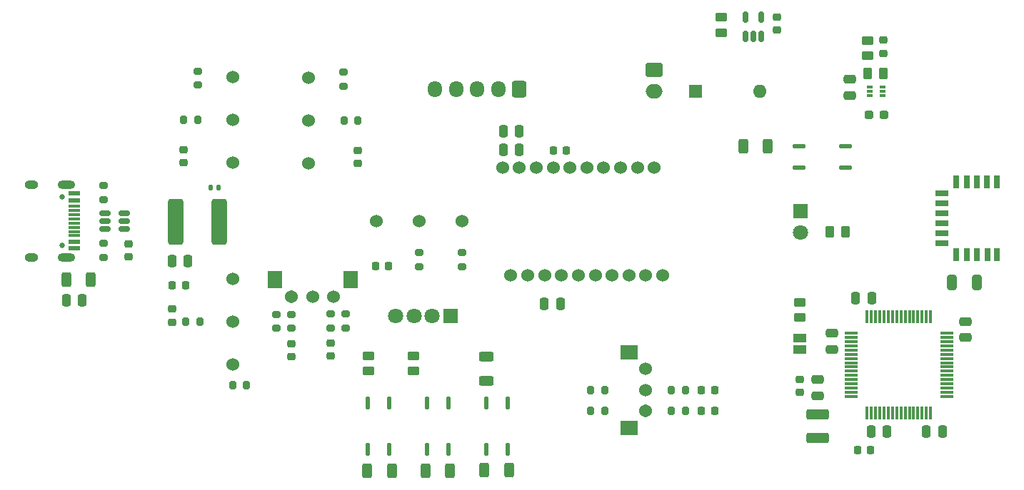
<source format=gbr>
%TF.GenerationSoftware,KiCad,Pcbnew,7.0.8*%
%TF.CreationDate,2024-01-02T21:28:18+01:00*%
%TF.ProjectId,Computer Mouse,436f6d70-7574-4657-9220-4d6f7573652e,rev?*%
%TF.SameCoordinates,Original*%
%TF.FileFunction,Soldermask,Top*%
%TF.FilePolarity,Negative*%
%FSLAX46Y46*%
G04 Gerber Fmt 4.6, Leading zero omitted, Abs format (unit mm)*
G04 Created by KiCad (PCBNEW 7.0.8) date 2024-01-02 21:28:18*
%MOMM*%
%LPD*%
G01*
G04 APERTURE LIST*
G04 Aperture macros list*
%AMRoundRect*
0 Rectangle with rounded corners*
0 $1 Rounding radius*
0 $2 $3 $4 $5 $6 $7 $8 $9 X,Y pos of 4 corners*
0 Add a 4 corners polygon primitive as box body*
4,1,4,$2,$3,$4,$5,$6,$7,$8,$9,$2,$3,0*
0 Add four circle primitives for the rounded corners*
1,1,$1+$1,$2,$3*
1,1,$1+$1,$4,$5*
1,1,$1+$1,$6,$7*
1,1,$1+$1,$8,$9*
0 Add four rect primitives between the rounded corners*
20,1,$1+$1,$2,$3,$4,$5,0*
20,1,$1+$1,$4,$5,$6,$7,0*
20,1,$1+$1,$6,$7,$8,$9,0*
20,1,$1+$1,$8,$9,$2,$3,0*%
G04 Aperture macros list end*
%ADD10RoundRect,0.250000X-0.450000X0.262500X-0.450000X-0.262500X0.450000X-0.262500X0.450000X0.262500X0*%
%ADD11RoundRect,0.150000X-0.512500X-0.150000X0.512500X-0.150000X0.512500X0.150000X-0.512500X0.150000X0*%
%ADD12R,0.700000X1.500000*%
%ADD13R,1.500000X0.700000*%
%ADD14RoundRect,0.075000X-0.700000X-0.075000X0.700000X-0.075000X0.700000X0.075000X-0.700000X0.075000X0*%
%ADD15RoundRect,0.075000X-0.075000X-0.700000X0.075000X-0.700000X0.075000X0.700000X-0.075000X0.700000X0*%
%ADD16RoundRect,0.250000X-0.475000X0.250000X-0.475000X-0.250000X0.475000X-0.250000X0.475000X0.250000X0*%
%ADD17RoundRect,0.225000X-0.225000X-0.250000X0.225000X-0.250000X0.225000X0.250000X-0.225000X0.250000X0*%
%ADD18RoundRect,0.200000X0.275000X-0.200000X0.275000X0.200000X-0.275000X0.200000X-0.275000X-0.200000X0*%
%ADD19RoundRect,0.250000X-0.312500X-0.625000X0.312500X-0.625000X0.312500X0.625000X-0.312500X0.625000X0*%
%ADD20RoundRect,0.150000X0.150000X-0.512500X0.150000X0.512500X-0.150000X0.512500X-0.150000X-0.512500X0*%
%ADD21R,1.800000X2.100000*%
%ADD22C,1.540000*%
%ADD23C,1.524000*%
%ADD24RoundRect,0.250000X-1.075000X0.375000X-1.075000X-0.375000X1.075000X-0.375000X1.075000X0.375000X0*%
%ADD25RoundRect,0.200000X0.200000X0.275000X-0.200000X0.275000X-0.200000X-0.275000X0.200000X-0.275000X0*%
%ADD26RoundRect,0.250000X0.650000X2.450000X-0.650000X2.450000X-0.650000X-2.450000X0.650000X-2.450000X0*%
%ADD27RoundRect,0.250000X-0.250000X-0.475000X0.250000X-0.475000X0.250000X0.475000X-0.250000X0.475000X0*%
%ADD28RoundRect,0.137500X0.137500X-0.587500X0.137500X0.587500X-0.137500X0.587500X-0.137500X-0.587500X0*%
%ADD29RoundRect,0.225000X-0.250000X0.225000X-0.250000X-0.225000X0.250000X-0.225000X0.250000X0.225000X0*%
%ADD30RoundRect,0.250000X-0.625000X0.312500X-0.625000X-0.312500X0.625000X-0.312500X0.625000X0.312500X0*%
%ADD31RoundRect,0.200000X-0.200000X-0.275000X0.200000X-0.275000X0.200000X0.275000X-0.200000X0.275000X0*%
%ADD32RoundRect,0.250000X0.262500X0.450000X-0.262500X0.450000X-0.262500X-0.450000X0.262500X-0.450000X0*%
%ADD33RoundRect,0.250000X0.475000X-0.250000X0.475000X0.250000X-0.475000X0.250000X-0.475000X-0.250000X0*%
%ADD34R,1.500000X1.000000*%
%ADD35RoundRect,0.250000X0.450000X-0.262500X0.450000X0.262500X-0.450000X0.262500X-0.450000X-0.262500X0*%
%ADD36R,1.800000X1.800000*%
%ADD37C,1.800000*%
%ADD38RoundRect,0.200000X-0.275000X0.200000X-0.275000X-0.200000X0.275000X-0.200000X0.275000X0.200000X0*%
%ADD39RoundRect,0.250000X0.325000X0.650000X-0.325000X0.650000X-0.325000X-0.650000X0.325000X-0.650000X0*%
%ADD40RoundRect,0.250000X0.250000X0.475000X-0.250000X0.475000X-0.250000X-0.475000X0.250000X-0.475000X0*%
%ADD41RoundRect,0.225000X0.250000X-0.225000X0.250000X0.225000X-0.250000X0.225000X-0.250000X-0.225000X0*%
%ADD42RoundRect,0.237500X-0.287500X-0.237500X0.287500X-0.237500X0.287500X0.237500X-0.287500X0.237500X0*%
%ADD43RoundRect,0.225000X0.225000X0.250000X-0.225000X0.250000X-0.225000X-0.250000X0.225000X-0.250000X0*%
%ADD44R,2.100000X1.800000*%
%ADD45RoundRect,0.137500X-0.587500X-0.137500X0.587500X-0.137500X0.587500X0.137500X-0.587500X0.137500X0*%
%ADD46C,0.650000*%
%ADD47R,1.450000X0.600000*%
%ADD48R,1.450000X0.300000*%
%ADD49O,2.100000X1.000000*%
%ADD50O,1.600000X1.000000*%
%ADD51RoundRect,0.250000X-0.750000X0.600000X-0.750000X-0.600000X0.750000X-0.600000X0.750000X0.600000X0*%
%ADD52O,2.000000X1.700000*%
%ADD53R,0.670000X0.300000*%
%ADD54RoundRect,0.147500X-0.147500X-0.172500X0.147500X-0.172500X0.147500X0.172500X-0.147500X0.172500X0*%
%ADD55RoundRect,0.250000X0.312500X0.625000X-0.312500X0.625000X-0.312500X-0.625000X0.312500X-0.625000X0*%
%ADD56RoundRect,0.250000X0.600000X0.725000X-0.600000X0.725000X-0.600000X-0.725000X0.600000X-0.725000X0*%
%ADD57O,1.700000X1.950000*%
%ADD58R,1.600000X1.600000*%
%ADD59O,1.600000X1.600000*%
G04 APERTURE END LIST*
D10*
%TO.C,R11*%
X162900000Y-76737500D03*
X162900000Y-78562500D03*
%TD*%
D11*
%TO.C,U5*%
X89837500Y-99970000D03*
X89837500Y-100920000D03*
X89837500Y-101870000D03*
X92112500Y-101870000D03*
X92112500Y-100920000D03*
X92112500Y-99970000D03*
%TD*%
D12*
%TO.C,U10*%
X195600000Y-96250000D03*
X194400000Y-96250000D03*
X193200000Y-96250000D03*
X192000000Y-96250000D03*
X190800000Y-96250000D03*
D13*
X189100000Y-97600000D03*
X189100000Y-98800000D03*
X189100000Y-100000000D03*
X189100000Y-101200000D03*
X189100000Y-102400000D03*
X189100000Y-103600000D03*
D12*
X190800000Y-104950000D03*
X192000000Y-104950000D03*
X193200000Y-104950000D03*
X194450000Y-104950000D03*
X195600000Y-104950000D03*
%TD*%
D14*
%TO.C,U2*%
X178300000Y-114250000D03*
X178300000Y-114750000D03*
X178300000Y-115250000D03*
X178300000Y-115750000D03*
X178300000Y-116250000D03*
X178300000Y-116750000D03*
X178300000Y-117250000D03*
X178300000Y-117750000D03*
X178300000Y-118250000D03*
X178300000Y-118750000D03*
X178300000Y-119250000D03*
X178300000Y-119750000D03*
X178300000Y-120250000D03*
X178300000Y-120750000D03*
X178300000Y-121250000D03*
X178300000Y-121750000D03*
D15*
X180225000Y-123675000D03*
X180725000Y-123675000D03*
X181225000Y-123675000D03*
X181725000Y-123675000D03*
X182225000Y-123675000D03*
X182725000Y-123675000D03*
X183225000Y-123675000D03*
X183725000Y-123675000D03*
X184225000Y-123675000D03*
X184725000Y-123675000D03*
X185225000Y-123675000D03*
X185725000Y-123675000D03*
X186225000Y-123675000D03*
X186725000Y-123675000D03*
X187225000Y-123675000D03*
X187725000Y-123675000D03*
D14*
X189650000Y-121750000D03*
X189650000Y-121250000D03*
X189650000Y-120750000D03*
X189650000Y-120250000D03*
X189650000Y-119750000D03*
X189650000Y-119250000D03*
X189650000Y-118750000D03*
X189650000Y-118250000D03*
X189650000Y-117750000D03*
X189650000Y-117250000D03*
X189650000Y-116750000D03*
X189650000Y-116250000D03*
X189650000Y-115750000D03*
X189650000Y-115250000D03*
X189650000Y-114750000D03*
X189650000Y-114250000D03*
D15*
X187725000Y-112325000D03*
X187225000Y-112325000D03*
X186725000Y-112325000D03*
X186225000Y-112325000D03*
X185725000Y-112325000D03*
X185225000Y-112325000D03*
X184725000Y-112325000D03*
X184225000Y-112325000D03*
X183725000Y-112325000D03*
X183225000Y-112325000D03*
X182725000Y-112325000D03*
X182225000Y-112325000D03*
X181725000Y-112325000D03*
X181225000Y-112325000D03*
X180725000Y-112325000D03*
X180225000Y-112325000D03*
%TD*%
D16*
%TO.C,C2*%
X191850000Y-112850000D03*
X191850000Y-114750000D03*
%TD*%
D17*
%TO.C,C27*%
X160575000Y-123500000D03*
X162125000Y-123500000D03*
%TD*%
%TO.C,C11*%
X97825000Y-108600000D03*
X99375000Y-108600000D03*
%TD*%
D18*
%TO.C,R23*%
X116600000Y-113625000D03*
X116600000Y-111975000D03*
%TD*%
D19*
%TO.C,R7*%
X134837500Y-130500000D03*
X137762500Y-130500000D03*
%TD*%
D20*
%TO.C,U6*%
X165750000Y-78987500D03*
X166700000Y-78987500D03*
X167650000Y-78987500D03*
X167650000Y-76712500D03*
X165750000Y-76712500D03*
%TD*%
D21*
%TO.C,SW4*%
X109975000Y-107920000D03*
X118975000Y-107920000D03*
D22*
X111975000Y-109920000D03*
D23*
X114475000Y-109920000D03*
X116975000Y-109920000D03*
%TD*%
D24*
%TO.C,L1*%
X174350000Y-123900000D03*
X174350000Y-126700000D03*
%TD*%
D18*
%TO.C,R22*%
X111950000Y-113675000D03*
X111950000Y-112025000D03*
%TD*%
D25*
%TO.C,R30*%
X158675000Y-123500000D03*
X157025000Y-123500000D03*
%TD*%
D19*
%TO.C,R14*%
X165512500Y-92080000D03*
X168437500Y-92080000D03*
%TD*%
D26*
%TO.C,FB1*%
X103350000Y-101050000D03*
X98250000Y-101050000D03*
%TD*%
D27*
%TO.C,C17*%
X137050000Y-90250000D03*
X138950000Y-90250000D03*
%TD*%
D28*
%TO.C,U1*%
X121030000Y-128050000D03*
X123570000Y-128050000D03*
X123570000Y-122550000D03*
X121030000Y-122550000D03*
%TD*%
D29*
%TO.C,C13*%
X169550000Y-76725000D03*
X169550000Y-78275000D03*
%TD*%
D30*
%TO.C,R6*%
X135050000Y-116987500D03*
X135050000Y-119912500D03*
%TD*%
D31*
%TO.C,R27*%
X99425000Y-112900000D03*
X101075000Y-112900000D03*
%TD*%
D32*
%TO.C,R15*%
X177612500Y-102250000D03*
X175787500Y-102250000D03*
%TD*%
D33*
%TO.C,C14*%
X178150000Y-86000000D03*
X178150000Y-84100000D03*
%TD*%
D29*
%TO.C,C24*%
X116600000Y-115425000D03*
X116600000Y-116975000D03*
%TD*%
D18*
%TO.C,R19*%
X110200000Y-113675000D03*
X110200000Y-112025000D03*
%TD*%
D34*
%TO.C,JP1*%
X172200000Y-114850000D03*
X172200000Y-116150000D03*
%TD*%
D35*
%TO.C,R3*%
X121050000Y-118762500D03*
X121050000Y-116937500D03*
%TD*%
D17*
%TO.C,C28*%
X160575000Y-121000000D03*
X162125000Y-121000000D03*
%TD*%
D36*
%TO.C,D1*%
X130790000Y-112200000D03*
D37*
X128631000Y-112200000D03*
X126472000Y-112200000D03*
X124313000Y-112200000D03*
%TD*%
D38*
%TO.C,R8*%
X89650000Y-103575000D03*
X89650000Y-105225000D03*
%TD*%
D27*
%TO.C,C5*%
X178850000Y-110050000D03*
X180750000Y-110050000D03*
%TD*%
D17*
%TO.C,C19*%
X142975000Y-92550000D03*
X144525000Y-92550000D03*
%TD*%
D31*
%TO.C,R21*%
X99175000Y-88900000D03*
X100825000Y-88900000D03*
%TD*%
D25*
%TO.C,R20*%
X119825000Y-89000000D03*
X118175000Y-89000000D03*
%TD*%
D39*
%TO.C,C20*%
X193225000Y-108250000D03*
X190275000Y-108250000D03*
%TD*%
D19*
%TO.C,R5*%
X127837500Y-130550000D03*
X130762500Y-130550000D03*
%TD*%
D16*
%TO.C,C1*%
X176050000Y-114250000D03*
X176050000Y-116150000D03*
%TD*%
D40*
%TO.C,C12*%
X87150000Y-110350000D03*
X85250000Y-110350000D03*
%TD*%
D23*
%TO.C,SW2*%
X113975000Y-83920000D03*
X113975000Y-89000000D03*
X113975000Y-94080000D03*
%TD*%
D41*
%TO.C,C7*%
X172200000Y-121275000D03*
X172200000Y-119725000D03*
%TD*%
D23*
%TO.C,SW5*%
X132135000Y-100920000D03*
X127055000Y-100920000D03*
X121975000Y-100920000D03*
%TD*%
D18*
%TO.C,R9*%
X89650000Y-98375000D03*
X89650000Y-96725000D03*
%TD*%
D42*
%TO.C,L2*%
X180475000Y-88300000D03*
X182225000Y-88300000D03*
%TD*%
D41*
%TO.C,C26*%
X97800000Y-112925000D03*
X97800000Y-111375000D03*
%TD*%
D43*
%TO.C,C25*%
X123475000Y-106300000D03*
X121925000Y-106300000D03*
%TD*%
D27*
%TO.C,C16*%
X137050000Y-92450000D03*
X138950000Y-92450000D03*
%TD*%
D33*
%TO.C,C8*%
X174350000Y-121650000D03*
X174350000Y-119750000D03*
%TD*%
D44*
%TO.C,SW7*%
X151975000Y-125500000D03*
X151975000Y-116500000D03*
D22*
X153975000Y-123500000D03*
D23*
X153975000Y-121000000D03*
X153975000Y-118500000D03*
%TD*%
D45*
%TO.C,U8*%
X172150000Y-92080000D03*
X172150000Y-94620000D03*
X177650000Y-94620000D03*
X177650000Y-92080000D03*
%TD*%
D19*
%TO.C,R2*%
X120937500Y-130600000D03*
X123862500Y-130600000D03*
%TD*%
D10*
%TO.C,R4*%
X126450000Y-116937500D03*
X126450000Y-118762500D03*
%TD*%
D35*
%TO.C,R13*%
X180300000Y-81312500D03*
X180300000Y-79487500D03*
%TD*%
D46*
%TO.C,J2*%
X84740000Y-98030000D03*
X84740000Y-103810000D03*
D47*
X86185000Y-97670000D03*
X86185000Y-98470000D03*
D48*
X86185000Y-99670000D03*
X86185000Y-100670000D03*
X86185000Y-101170000D03*
X86185000Y-102170000D03*
D47*
X86185000Y-103370000D03*
X86185000Y-104170000D03*
X86185000Y-104170000D03*
X86185000Y-103370000D03*
D48*
X86185000Y-102670000D03*
X86185000Y-101670000D03*
X86185000Y-100170000D03*
X86185000Y-99170000D03*
D47*
X86185000Y-98470000D03*
X86185000Y-97670000D03*
D49*
X85270000Y-96600000D03*
D50*
X81090000Y-96600000D03*
D49*
X85270000Y-105240000D03*
D50*
X81090000Y-105240000D03*
%TD*%
D51*
%TO.C,J3*%
X154975000Y-83000000D03*
D52*
X154975000Y-85500000D03*
%TD*%
D18*
%TO.C,R26*%
X127100000Y-106325000D03*
X127100000Y-104675000D03*
%TD*%
D36*
%TO.C,D2*%
X172275000Y-99725000D03*
D37*
X172275000Y-102265000D03*
%TD*%
D41*
%TO.C,C15*%
X182100000Y-81025000D03*
X182100000Y-79475000D03*
%TD*%
D25*
%TO.C,R31*%
X158675000Y-121000000D03*
X157025000Y-121000000D03*
%TD*%
D38*
%TO.C,R16*%
X118150000Y-83275000D03*
X118150000Y-84925000D03*
%TD*%
D29*
%TO.C,C23*%
X111950000Y-115475000D03*
X111950000Y-117025000D03*
%TD*%
D18*
%TO.C,R18*%
X118350000Y-113625000D03*
X118350000Y-111975000D03*
%TD*%
D32*
%TO.C,R12*%
X182112500Y-83400000D03*
X180287500Y-83400000D03*
%TD*%
D38*
%TO.C,R17*%
X100850000Y-83125000D03*
X100850000Y-84775000D03*
%TD*%
D23*
%TO.C,U9*%
X154975000Y-94625000D03*
X152975000Y-94625000D03*
X150975000Y-94625000D03*
X148975000Y-94625000D03*
X146975000Y-94625000D03*
X144975000Y-94625000D03*
X142975000Y-94625000D03*
X140975000Y-94625000D03*
X138975000Y-94625000D03*
X137000000Y-94625000D03*
X137975000Y-107375000D03*
X139975000Y-107375000D03*
X141975000Y-107375000D03*
X143975000Y-107375000D03*
X145975000Y-107375000D03*
X147975000Y-107375000D03*
X149975000Y-107375000D03*
X151975000Y-107375000D03*
X153975000Y-107375000D03*
X155975000Y-107375000D03*
%TD*%
D31*
%TO.C,R29*%
X147425000Y-123500000D03*
X149075000Y-123500000D03*
%TD*%
D53*
%TO.C,U7*%
X180560000Y-85000000D03*
X180560000Y-85500000D03*
X180560000Y-86000000D03*
X182040000Y-86000000D03*
X182040000Y-85500000D03*
X182040000Y-85000000D03*
%TD*%
D29*
%TO.C,C22*%
X99150000Y-92475000D03*
X99150000Y-94025000D03*
%TD*%
%TO.C,C21*%
X119850000Y-92525000D03*
X119850000Y-94075000D03*
%TD*%
D23*
%TO.C,SW3*%
X104975000Y-83840000D03*
X104975000Y-88920000D03*
X104975000Y-94000000D03*
%TD*%
D28*
%TO.C,U4*%
X135030000Y-128050000D03*
X137570000Y-128050000D03*
X137570000Y-122550000D03*
X135030000Y-122550000D03*
%TD*%
D27*
%TO.C,C10*%
X97800000Y-105700000D03*
X99700000Y-105700000D03*
%TD*%
D25*
%TO.C,R25*%
X106625000Y-120400000D03*
X104975000Y-120400000D03*
%TD*%
D41*
%TO.C,C9*%
X92650000Y-105175000D03*
X92650000Y-103625000D03*
%TD*%
D17*
%TO.C,C6*%
X179075000Y-128100000D03*
X180625000Y-128100000D03*
%TD*%
D18*
%TO.C,R24*%
X132150000Y-106325000D03*
X132150000Y-104675000D03*
%TD*%
D40*
%TO.C,C3*%
X189150000Y-125950000D03*
X187250000Y-125950000D03*
%TD*%
D54*
%TO.C,F1*%
X102365000Y-97000000D03*
X103335000Y-97000000D03*
%TD*%
D23*
%TO.C,SW6*%
X104975000Y-118000000D03*
X104975000Y-112920000D03*
X104975000Y-107840000D03*
%TD*%
D10*
%TO.C,R1*%
X172200000Y-110587500D03*
X172200000Y-112412500D03*
%TD*%
D55*
%TO.C,R10*%
X88175000Y-107850000D03*
X85250000Y-107850000D03*
%TD*%
D56*
%TO.C,J1*%
X138975000Y-85300000D03*
D57*
X136475000Y-85300000D03*
X133975000Y-85300000D03*
X131475000Y-85300000D03*
X128975000Y-85300000D03*
%TD*%
D28*
%TO.C,U3*%
X128030000Y-128050000D03*
X130570000Y-128050000D03*
X130570000Y-122550000D03*
X128030000Y-122550000D03*
%TD*%
D31*
%TO.C,R28*%
X147425000Y-121000000D03*
X149075000Y-121000000D03*
%TD*%
D27*
%TO.C,C18*%
X141950000Y-110750000D03*
X143850000Y-110750000D03*
%TD*%
D40*
%TO.C,C4*%
X182550000Y-125950000D03*
X180650000Y-125950000D03*
%TD*%
D58*
%TO.C,SW1*%
X159900000Y-85550000D03*
D59*
X167520000Y-85550000D03*
%TD*%
M02*

</source>
